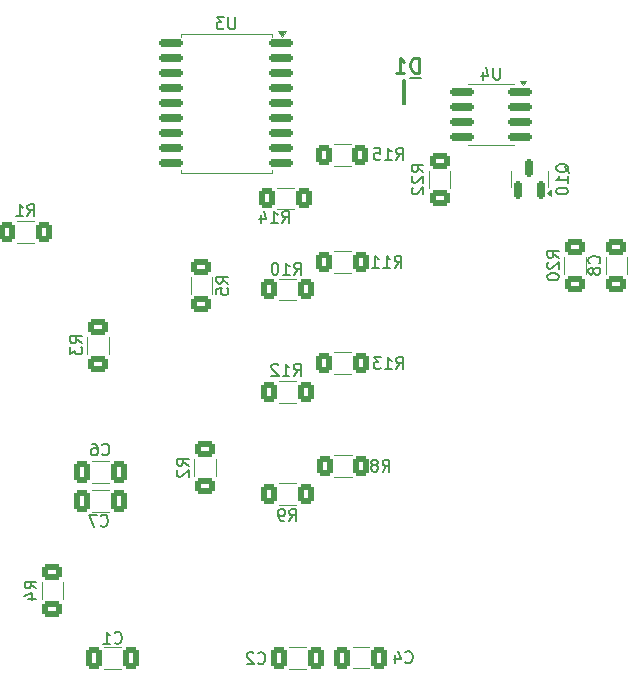
<source format=gbr>
%TF.GenerationSoftware,KiCad,Pcbnew,8.0.1-rc1*%
%TF.CreationDate,2024-06-16T18:46:35-07:00*%
%TF.ProjectId,AMS - CANBus - RGB - Pchannel,414d5320-2d20-4434-914e-427573202d20,rev?*%
%TF.SameCoordinates,Original*%
%TF.FileFunction,Legend,Bot*%
%TF.FilePolarity,Positive*%
%FSLAX46Y46*%
G04 Gerber Fmt 4.6, Leading zero omitted, Abs format (unit mm)*
G04 Created by KiCad (PCBNEW 8.0.1-rc1) date 2024-06-16 18:46:35*
%MOMM*%
%LPD*%
G01*
G04 APERTURE LIST*
G04 Aperture macros list*
%AMRoundRect*
0 Rectangle with rounded corners*
0 $1 Rounding radius*
0 $2 $3 $4 $5 $6 $7 $8 $9 X,Y pos of 4 corners*
0 Add a 4 corners polygon primitive as box body*
4,1,4,$2,$3,$4,$5,$6,$7,$8,$9,$2,$3,0*
0 Add four circle primitives for the rounded corners*
1,1,$1+$1,$2,$3*
1,1,$1+$1,$4,$5*
1,1,$1+$1,$6,$7*
1,1,$1+$1,$8,$9*
0 Add four rect primitives between the rounded corners*
20,1,$1+$1,$2,$3,$4,$5,0*
20,1,$1+$1,$4,$5,$6,$7,0*
20,1,$1+$1,$6,$7,$8,$9,0*
20,1,$1+$1,$8,$9,$2,$3,0*%
G04 Aperture macros list end*
%ADD10C,0.150000*%
%ADD11C,0.254000*%
%ADD12C,0.120000*%
%ADD13C,0.200000*%
%ADD14R,2.085000X2.085000*%
%ADD15C,2.085000*%
%ADD16C,1.600000*%
%ADD17O,1.600000X1.600000*%
%ADD18R,2.200000X2.200000*%
%ADD19O,2.200000X2.200000*%
%ADD20C,2.200000*%
%ADD21R,2.600000X2.600000*%
%ADD22C,2.600000*%
%ADD23R,1.700000X1.700000*%
%ADD24O,1.700000X1.700000*%
%ADD25C,2.400000*%
%ADD26R,1.600000X1.600000*%
%ADD27R,1.920000X1.920000*%
%ADD28C,1.920000*%
%ADD29C,1.500000*%
%ADD30R,1.500000X1.500000*%
%ADD31RoundRect,0.250000X-0.625000X0.400000X-0.625000X-0.400000X0.625000X-0.400000X0.625000X0.400000X0*%
%ADD32RoundRect,0.250000X-0.400000X-0.625000X0.400000X-0.625000X0.400000X0.625000X-0.400000X0.625000X0*%
%ADD33RoundRect,0.250000X-0.412500X-0.650000X0.412500X-0.650000X0.412500X0.650000X-0.412500X0.650000X0*%
%ADD34RoundRect,0.150000X0.825000X0.150000X-0.825000X0.150000X-0.825000X-0.150000X0.825000X-0.150000X0*%
%ADD35RoundRect,0.250000X0.400000X0.625000X-0.400000X0.625000X-0.400000X-0.625000X0.400000X-0.625000X0*%
%ADD36RoundRect,0.250000X0.412500X0.650000X-0.412500X0.650000X-0.412500X-0.650000X0.412500X-0.650000X0*%
%ADD37RoundRect,0.150000X0.875000X0.150000X-0.875000X0.150000X-0.875000X-0.150000X0.875000X-0.150000X0*%
%ADD38RoundRect,0.250000X0.625000X-0.400000X0.625000X0.400000X-0.625000X0.400000X-0.625000X-0.400000X0*%
%ADD39RoundRect,0.150000X0.150000X-0.587500X0.150000X0.587500X-0.150000X0.587500X-0.150000X-0.587500X0*%
%ADD40R,1.000000X0.550000*%
G04 APERTURE END LIST*
D10*
X174979019Y-83293642D02*
X174502828Y-82960309D01*
X174979019Y-82722214D02*
X173979019Y-82722214D01*
X173979019Y-82722214D02*
X173979019Y-83103166D01*
X173979019Y-83103166D02*
X174026638Y-83198404D01*
X174026638Y-83198404D02*
X174074257Y-83246023D01*
X174074257Y-83246023D02*
X174169495Y-83293642D01*
X174169495Y-83293642D02*
X174312352Y-83293642D01*
X174312352Y-83293642D02*
X174407590Y-83246023D01*
X174407590Y-83246023D02*
X174455209Y-83198404D01*
X174455209Y-83198404D02*
X174502828Y-83103166D01*
X174502828Y-83103166D02*
X174502828Y-82722214D01*
X174074257Y-83674595D02*
X174026638Y-83722214D01*
X174026638Y-83722214D02*
X173979019Y-83817452D01*
X173979019Y-83817452D02*
X173979019Y-84055547D01*
X173979019Y-84055547D02*
X174026638Y-84150785D01*
X174026638Y-84150785D02*
X174074257Y-84198404D01*
X174074257Y-84198404D02*
X174169495Y-84246023D01*
X174169495Y-84246023D02*
X174264733Y-84246023D01*
X174264733Y-84246023D02*
X174407590Y-84198404D01*
X174407590Y-84198404D02*
X174979019Y-83626976D01*
X174979019Y-83626976D02*
X174979019Y-84246023D01*
X173979019Y-84865071D02*
X173979019Y-84960309D01*
X173979019Y-84960309D02*
X174026638Y-85055547D01*
X174026638Y-85055547D02*
X174074257Y-85103166D01*
X174074257Y-85103166D02*
X174169495Y-85150785D01*
X174169495Y-85150785D02*
X174359971Y-85198404D01*
X174359971Y-85198404D02*
X174598066Y-85198404D01*
X174598066Y-85198404D02*
X174788542Y-85150785D01*
X174788542Y-85150785D02*
X174883780Y-85103166D01*
X174883780Y-85103166D02*
X174931400Y-85055547D01*
X174931400Y-85055547D02*
X174979019Y-84960309D01*
X174979019Y-84960309D02*
X174979019Y-84865071D01*
X174979019Y-84865071D02*
X174931400Y-84769833D01*
X174931400Y-84769833D02*
X174883780Y-84722214D01*
X174883780Y-84722214D02*
X174788542Y-84674595D01*
X174788542Y-84674595D02*
X174598066Y-84626976D01*
X174598066Y-84626976D02*
X174359971Y-84626976D01*
X174359971Y-84626976D02*
X174169495Y-84674595D01*
X174169495Y-84674595D02*
X174074257Y-84722214D01*
X174074257Y-84722214D02*
X174026638Y-84769833D01*
X174026638Y-84769833D02*
X173979019Y-84865071D01*
X152540573Y-93278562D02*
X152873906Y-92802371D01*
X153112001Y-93278562D02*
X153112001Y-92278562D01*
X153112001Y-92278562D02*
X152731049Y-92278562D01*
X152731049Y-92278562D02*
X152635811Y-92326181D01*
X152635811Y-92326181D02*
X152588192Y-92373800D01*
X152588192Y-92373800D02*
X152540573Y-92469038D01*
X152540573Y-92469038D02*
X152540573Y-92611895D01*
X152540573Y-92611895D02*
X152588192Y-92707133D01*
X152588192Y-92707133D02*
X152635811Y-92754752D01*
X152635811Y-92754752D02*
X152731049Y-92802371D01*
X152731049Y-92802371D02*
X153112001Y-92802371D01*
X151588192Y-93278562D02*
X152159620Y-93278562D01*
X151873906Y-93278562D02*
X151873906Y-92278562D01*
X151873906Y-92278562D02*
X151969144Y-92421419D01*
X151969144Y-92421419D02*
X152064382Y-92516657D01*
X152064382Y-92516657D02*
X152159620Y-92564276D01*
X151207239Y-92373800D02*
X151159620Y-92326181D01*
X151159620Y-92326181D02*
X151064382Y-92278562D01*
X151064382Y-92278562D02*
X150826287Y-92278562D01*
X150826287Y-92278562D02*
X150731049Y-92326181D01*
X150731049Y-92326181D02*
X150683430Y-92373800D01*
X150683430Y-92373800D02*
X150635811Y-92469038D01*
X150635811Y-92469038D02*
X150635811Y-92564276D01*
X150635811Y-92564276D02*
X150683430Y-92707133D01*
X150683430Y-92707133D02*
X151254858Y-93278562D01*
X151254858Y-93278562D02*
X150635811Y-93278562D01*
X151543856Y-80347440D02*
X151877189Y-79871249D01*
X152115284Y-80347440D02*
X152115284Y-79347440D01*
X152115284Y-79347440D02*
X151734332Y-79347440D01*
X151734332Y-79347440D02*
X151639094Y-79395059D01*
X151639094Y-79395059D02*
X151591475Y-79442678D01*
X151591475Y-79442678D02*
X151543856Y-79537916D01*
X151543856Y-79537916D02*
X151543856Y-79680773D01*
X151543856Y-79680773D02*
X151591475Y-79776011D01*
X151591475Y-79776011D02*
X151639094Y-79823630D01*
X151639094Y-79823630D02*
X151734332Y-79871249D01*
X151734332Y-79871249D02*
X152115284Y-79871249D01*
X150591475Y-80347440D02*
X151162903Y-80347440D01*
X150877189Y-80347440D02*
X150877189Y-79347440D01*
X150877189Y-79347440D02*
X150972427Y-79490297D01*
X150972427Y-79490297D02*
X151067665Y-79585535D01*
X151067665Y-79585535D02*
X151162903Y-79633154D01*
X149734332Y-79680773D02*
X149734332Y-80347440D01*
X149972427Y-79299821D02*
X150210522Y-80014106D01*
X150210522Y-80014106D02*
X149591475Y-80014106D01*
X149496712Y-117604797D02*
X149544331Y-117652417D01*
X149544331Y-117652417D02*
X149687188Y-117700036D01*
X149687188Y-117700036D02*
X149782426Y-117700036D01*
X149782426Y-117700036D02*
X149925283Y-117652417D01*
X149925283Y-117652417D02*
X150020521Y-117557178D01*
X150020521Y-117557178D02*
X150068140Y-117461940D01*
X150068140Y-117461940D02*
X150115759Y-117271464D01*
X150115759Y-117271464D02*
X150115759Y-117128607D01*
X150115759Y-117128607D02*
X150068140Y-116938131D01*
X150068140Y-116938131D02*
X150020521Y-116842893D01*
X150020521Y-116842893D02*
X149925283Y-116747655D01*
X149925283Y-116747655D02*
X149782426Y-116700036D01*
X149782426Y-116700036D02*
X149687188Y-116700036D01*
X149687188Y-116700036D02*
X149544331Y-116747655D01*
X149544331Y-116747655D02*
X149496712Y-116795274D01*
X149115759Y-116795274D02*
X149068140Y-116747655D01*
X149068140Y-116747655D02*
X148972902Y-116700036D01*
X148972902Y-116700036D02*
X148734807Y-116700036D01*
X148734807Y-116700036D02*
X148639569Y-116747655D01*
X148639569Y-116747655D02*
X148591950Y-116795274D01*
X148591950Y-116795274D02*
X148544331Y-116890512D01*
X148544331Y-116890512D02*
X148544331Y-116985750D01*
X148544331Y-116985750D02*
X148591950Y-117128607D01*
X148591950Y-117128607D02*
X149163378Y-117700036D01*
X149163378Y-117700036D02*
X148544331Y-117700036D01*
X170003004Y-67210019D02*
X170003004Y-68019542D01*
X170003004Y-68019542D02*
X169955385Y-68114780D01*
X169955385Y-68114780D02*
X169907766Y-68162400D01*
X169907766Y-68162400D02*
X169812528Y-68210019D01*
X169812528Y-68210019D02*
X169622052Y-68210019D01*
X169622052Y-68210019D02*
X169526814Y-68162400D01*
X169526814Y-68162400D02*
X169479195Y-68114780D01*
X169479195Y-68114780D02*
X169431576Y-68019542D01*
X169431576Y-68019542D02*
X169431576Y-67210019D01*
X168526814Y-67543352D02*
X168526814Y-68210019D01*
X168764909Y-67162400D02*
X169003004Y-67876685D01*
X169003004Y-67876685D02*
X168383957Y-67876685D01*
X129980966Y-79764119D02*
X130314299Y-79287928D01*
X130552394Y-79764119D02*
X130552394Y-78764119D01*
X130552394Y-78764119D02*
X130171442Y-78764119D01*
X130171442Y-78764119D02*
X130076204Y-78811738D01*
X130076204Y-78811738D02*
X130028585Y-78859357D01*
X130028585Y-78859357D02*
X129980966Y-78954595D01*
X129980966Y-78954595D02*
X129980966Y-79097452D01*
X129980966Y-79097452D02*
X130028585Y-79192690D01*
X130028585Y-79192690D02*
X130076204Y-79240309D01*
X130076204Y-79240309D02*
X130171442Y-79287928D01*
X130171442Y-79287928D02*
X130552394Y-79287928D01*
X129028585Y-79764119D02*
X129600013Y-79764119D01*
X129314299Y-79764119D02*
X129314299Y-78764119D01*
X129314299Y-78764119D02*
X129409537Y-78906976D01*
X129409537Y-78906976D02*
X129504775Y-79002214D01*
X129504775Y-79002214D02*
X129600013Y-79049833D01*
X130731219Y-111295633D02*
X130255028Y-110962300D01*
X130731219Y-110724205D02*
X129731219Y-110724205D01*
X129731219Y-110724205D02*
X129731219Y-111105157D01*
X129731219Y-111105157D02*
X129778838Y-111200395D01*
X129778838Y-111200395D02*
X129826457Y-111248014D01*
X129826457Y-111248014D02*
X129921695Y-111295633D01*
X129921695Y-111295633D02*
X130064552Y-111295633D01*
X130064552Y-111295633D02*
X130159790Y-111248014D01*
X130159790Y-111248014D02*
X130207409Y-111200395D01*
X130207409Y-111200395D02*
X130255028Y-111105157D01*
X130255028Y-111105157D02*
X130255028Y-110724205D01*
X130064552Y-112152776D02*
X130731219Y-112152776D01*
X129683600Y-111914681D02*
X130397885Y-111676586D01*
X130397885Y-111676586D02*
X130397885Y-112295633D01*
X161974520Y-117522879D02*
X162022139Y-117570499D01*
X162022139Y-117570499D02*
X162164996Y-117618118D01*
X162164996Y-117618118D02*
X162260234Y-117618118D01*
X162260234Y-117618118D02*
X162403091Y-117570499D01*
X162403091Y-117570499D02*
X162498329Y-117475260D01*
X162498329Y-117475260D02*
X162545948Y-117380022D01*
X162545948Y-117380022D02*
X162593567Y-117189546D01*
X162593567Y-117189546D02*
X162593567Y-117046689D01*
X162593567Y-117046689D02*
X162545948Y-116856213D01*
X162545948Y-116856213D02*
X162498329Y-116760975D01*
X162498329Y-116760975D02*
X162403091Y-116665737D01*
X162403091Y-116665737D02*
X162260234Y-116618118D01*
X162260234Y-116618118D02*
X162164996Y-116618118D01*
X162164996Y-116618118D02*
X162022139Y-116665737D01*
X162022139Y-116665737D02*
X161974520Y-116713356D01*
X161117377Y-116951451D02*
X161117377Y-117618118D01*
X161355472Y-116570499D02*
X161593567Y-117284784D01*
X161593567Y-117284784D02*
X160974520Y-117284784D01*
X147567004Y-62941819D02*
X147567004Y-63751342D01*
X147567004Y-63751342D02*
X147519385Y-63846580D01*
X147519385Y-63846580D02*
X147471766Y-63894200D01*
X147471766Y-63894200D02*
X147376528Y-63941819D01*
X147376528Y-63941819D02*
X147186052Y-63941819D01*
X147186052Y-63941819D02*
X147090814Y-63894200D01*
X147090814Y-63894200D02*
X147043195Y-63846580D01*
X147043195Y-63846580D02*
X146995576Y-63751342D01*
X146995576Y-63751342D02*
X146995576Y-62941819D01*
X146614623Y-62941819D02*
X145995576Y-62941819D01*
X145995576Y-62941819D02*
X146328909Y-63322771D01*
X146328909Y-63322771D02*
X146186052Y-63322771D01*
X146186052Y-63322771D02*
X146090814Y-63370390D01*
X146090814Y-63370390D02*
X146043195Y-63418009D01*
X146043195Y-63418009D02*
X145995576Y-63513247D01*
X145995576Y-63513247D02*
X145995576Y-63751342D01*
X145995576Y-63751342D02*
X146043195Y-63846580D01*
X146043195Y-63846580D02*
X146090814Y-63894200D01*
X146090814Y-63894200D02*
X146186052Y-63941819D01*
X146186052Y-63941819D02*
X146471766Y-63941819D01*
X146471766Y-63941819D02*
X146567004Y-63894200D01*
X146567004Y-63894200D02*
X146614623Y-63846580D01*
X146977819Y-85480133D02*
X146501628Y-85146800D01*
X146977819Y-84908705D02*
X145977819Y-84908705D01*
X145977819Y-84908705D02*
X145977819Y-85289657D01*
X145977819Y-85289657D02*
X146025438Y-85384895D01*
X146025438Y-85384895D02*
X146073057Y-85432514D01*
X146073057Y-85432514D02*
X146168295Y-85480133D01*
X146168295Y-85480133D02*
X146311152Y-85480133D01*
X146311152Y-85480133D02*
X146406390Y-85432514D01*
X146406390Y-85432514D02*
X146454009Y-85384895D01*
X146454009Y-85384895D02*
X146501628Y-85289657D01*
X146501628Y-85289657D02*
X146501628Y-84908705D01*
X145977819Y-86384895D02*
X145977819Y-85908705D01*
X145977819Y-85908705D02*
X146454009Y-85861086D01*
X146454009Y-85861086D02*
X146406390Y-85908705D01*
X146406390Y-85908705D02*
X146358771Y-86003943D01*
X146358771Y-86003943D02*
X146358771Y-86242038D01*
X146358771Y-86242038D02*
X146406390Y-86337276D01*
X146406390Y-86337276D02*
X146454009Y-86384895D01*
X146454009Y-86384895D02*
X146549247Y-86432514D01*
X146549247Y-86432514D02*
X146787342Y-86432514D01*
X146787342Y-86432514D02*
X146882580Y-86384895D01*
X146882580Y-86384895D02*
X146930200Y-86337276D01*
X146930200Y-86337276D02*
X146977819Y-86242038D01*
X146977819Y-86242038D02*
X146977819Y-86003943D01*
X146977819Y-86003943D02*
X146930200Y-85908705D01*
X146930200Y-85908705D02*
X146882580Y-85861086D01*
X134607819Y-90532033D02*
X134131628Y-90198700D01*
X134607819Y-89960605D02*
X133607819Y-89960605D01*
X133607819Y-89960605D02*
X133607819Y-90341557D01*
X133607819Y-90341557D02*
X133655438Y-90436795D01*
X133655438Y-90436795D02*
X133703057Y-90484414D01*
X133703057Y-90484414D02*
X133798295Y-90532033D01*
X133798295Y-90532033D02*
X133941152Y-90532033D01*
X133941152Y-90532033D02*
X134036390Y-90484414D01*
X134036390Y-90484414D02*
X134084009Y-90436795D01*
X134084009Y-90436795D02*
X134131628Y-90341557D01*
X134131628Y-90341557D02*
X134131628Y-89960605D01*
X133607819Y-90865367D02*
X133607819Y-91484414D01*
X133607819Y-91484414D02*
X133988771Y-91151081D01*
X133988771Y-91151081D02*
X133988771Y-91293938D01*
X133988771Y-91293938D02*
X134036390Y-91389176D01*
X134036390Y-91389176D02*
X134084009Y-91436795D01*
X134084009Y-91436795D02*
X134179247Y-91484414D01*
X134179247Y-91484414D02*
X134417342Y-91484414D01*
X134417342Y-91484414D02*
X134512580Y-91436795D01*
X134512580Y-91436795D02*
X134560200Y-91389176D01*
X134560200Y-91389176D02*
X134607819Y-91293938D01*
X134607819Y-91293938D02*
X134607819Y-91008224D01*
X134607819Y-91008224D02*
X134560200Y-90912986D01*
X134560200Y-90912986D02*
X134512580Y-90865367D01*
X161193948Y-75009892D02*
X161527281Y-74533701D01*
X161765376Y-75009892D02*
X161765376Y-74009892D01*
X161765376Y-74009892D02*
X161384424Y-74009892D01*
X161384424Y-74009892D02*
X161289186Y-74057511D01*
X161289186Y-74057511D02*
X161241567Y-74105130D01*
X161241567Y-74105130D02*
X161193948Y-74200368D01*
X161193948Y-74200368D02*
X161193948Y-74343225D01*
X161193948Y-74343225D02*
X161241567Y-74438463D01*
X161241567Y-74438463D02*
X161289186Y-74486082D01*
X161289186Y-74486082D02*
X161384424Y-74533701D01*
X161384424Y-74533701D02*
X161765376Y-74533701D01*
X160241567Y-75009892D02*
X160812995Y-75009892D01*
X160527281Y-75009892D02*
X160527281Y-74009892D01*
X160527281Y-74009892D02*
X160622519Y-74152749D01*
X160622519Y-74152749D02*
X160717757Y-74247987D01*
X160717757Y-74247987D02*
X160812995Y-74295606D01*
X159336805Y-74009892D02*
X159812995Y-74009892D01*
X159812995Y-74009892D02*
X159860614Y-74486082D01*
X159860614Y-74486082D02*
X159812995Y-74438463D01*
X159812995Y-74438463D02*
X159717757Y-74390844D01*
X159717757Y-74390844D02*
X159479662Y-74390844D01*
X159479662Y-74390844D02*
X159384424Y-74438463D01*
X159384424Y-74438463D02*
X159336805Y-74486082D01*
X159336805Y-74486082D02*
X159289186Y-74581320D01*
X159289186Y-74581320D02*
X159289186Y-74819415D01*
X159289186Y-74819415D02*
X159336805Y-74914653D01*
X159336805Y-74914653D02*
X159384424Y-74962273D01*
X159384424Y-74962273D02*
X159479662Y-75009892D01*
X159479662Y-75009892D02*
X159717757Y-75009892D01*
X159717757Y-75009892D02*
X159812995Y-74962273D01*
X159812995Y-74962273D02*
X159860614Y-74914653D01*
X137354254Y-115871040D02*
X137401873Y-115918660D01*
X137401873Y-115918660D02*
X137544730Y-115966279D01*
X137544730Y-115966279D02*
X137639968Y-115966279D01*
X137639968Y-115966279D02*
X137782825Y-115918660D01*
X137782825Y-115918660D02*
X137878063Y-115823421D01*
X137878063Y-115823421D02*
X137925682Y-115728183D01*
X137925682Y-115728183D02*
X137973301Y-115537707D01*
X137973301Y-115537707D02*
X137973301Y-115394850D01*
X137973301Y-115394850D02*
X137925682Y-115204374D01*
X137925682Y-115204374D02*
X137878063Y-115109136D01*
X137878063Y-115109136D02*
X137782825Y-115013898D01*
X137782825Y-115013898D02*
X137639968Y-114966279D01*
X137639968Y-114966279D02*
X137544730Y-114966279D01*
X137544730Y-114966279D02*
X137401873Y-115013898D01*
X137401873Y-115013898D02*
X137354254Y-115061517D01*
X136401873Y-115966279D02*
X136973301Y-115966279D01*
X136687587Y-115966279D02*
X136687587Y-114966279D01*
X136687587Y-114966279D02*
X136782825Y-115109136D01*
X136782825Y-115109136D02*
X136878063Y-115204374D01*
X136878063Y-115204374D02*
X136973301Y-115251993D01*
X163512619Y-76014042D02*
X163036428Y-75680709D01*
X163512619Y-75442614D02*
X162512619Y-75442614D01*
X162512619Y-75442614D02*
X162512619Y-75823566D01*
X162512619Y-75823566D02*
X162560238Y-75918804D01*
X162560238Y-75918804D02*
X162607857Y-75966423D01*
X162607857Y-75966423D02*
X162703095Y-76014042D01*
X162703095Y-76014042D02*
X162845952Y-76014042D01*
X162845952Y-76014042D02*
X162941190Y-75966423D01*
X162941190Y-75966423D02*
X162988809Y-75918804D01*
X162988809Y-75918804D02*
X163036428Y-75823566D01*
X163036428Y-75823566D02*
X163036428Y-75442614D01*
X162607857Y-76394995D02*
X162560238Y-76442614D01*
X162560238Y-76442614D02*
X162512619Y-76537852D01*
X162512619Y-76537852D02*
X162512619Y-76775947D01*
X162512619Y-76775947D02*
X162560238Y-76871185D01*
X162560238Y-76871185D02*
X162607857Y-76918804D01*
X162607857Y-76918804D02*
X162703095Y-76966423D01*
X162703095Y-76966423D02*
X162798333Y-76966423D01*
X162798333Y-76966423D02*
X162941190Y-76918804D01*
X162941190Y-76918804D02*
X163512619Y-76347376D01*
X163512619Y-76347376D02*
X163512619Y-76966423D01*
X162607857Y-77347376D02*
X162560238Y-77394995D01*
X162560238Y-77394995D02*
X162512619Y-77490233D01*
X162512619Y-77490233D02*
X162512619Y-77728328D01*
X162512619Y-77728328D02*
X162560238Y-77823566D01*
X162560238Y-77823566D02*
X162607857Y-77871185D01*
X162607857Y-77871185D02*
X162703095Y-77918804D01*
X162703095Y-77918804D02*
X162798333Y-77918804D01*
X162798333Y-77918804D02*
X162941190Y-77871185D01*
X162941190Y-77871185D02*
X163512619Y-77299757D01*
X163512619Y-77299757D02*
X163512619Y-77918804D01*
X143630419Y-100892333D02*
X143154228Y-100559000D01*
X143630419Y-100320905D02*
X142630419Y-100320905D01*
X142630419Y-100320905D02*
X142630419Y-100701857D01*
X142630419Y-100701857D02*
X142678038Y-100797095D01*
X142678038Y-100797095D02*
X142725657Y-100844714D01*
X142725657Y-100844714D02*
X142820895Y-100892333D01*
X142820895Y-100892333D02*
X142963752Y-100892333D01*
X142963752Y-100892333D02*
X143058990Y-100844714D01*
X143058990Y-100844714D02*
X143106609Y-100797095D01*
X143106609Y-100797095D02*
X143154228Y-100701857D01*
X143154228Y-100701857D02*
X143154228Y-100320905D01*
X142725657Y-101273286D02*
X142678038Y-101320905D01*
X142678038Y-101320905D02*
X142630419Y-101416143D01*
X142630419Y-101416143D02*
X142630419Y-101654238D01*
X142630419Y-101654238D02*
X142678038Y-101749476D01*
X142678038Y-101749476D02*
X142725657Y-101797095D01*
X142725657Y-101797095D02*
X142820895Y-101844714D01*
X142820895Y-101844714D02*
X142916133Y-101844714D01*
X142916133Y-101844714D02*
X143058990Y-101797095D01*
X143058990Y-101797095D02*
X143630419Y-101225667D01*
X143630419Y-101225667D02*
X143630419Y-101844714D01*
X152152266Y-105565719D02*
X152485599Y-105089528D01*
X152723694Y-105565719D02*
X152723694Y-104565719D01*
X152723694Y-104565719D02*
X152342742Y-104565719D01*
X152342742Y-104565719D02*
X152247504Y-104613338D01*
X152247504Y-104613338D02*
X152199885Y-104660957D01*
X152199885Y-104660957D02*
X152152266Y-104756195D01*
X152152266Y-104756195D02*
X152152266Y-104899052D01*
X152152266Y-104899052D02*
X152199885Y-104994290D01*
X152199885Y-104994290D02*
X152247504Y-105041909D01*
X152247504Y-105041909D02*
X152342742Y-105089528D01*
X152342742Y-105089528D02*
X152723694Y-105089528D01*
X151676075Y-105565719D02*
X151485599Y-105565719D01*
X151485599Y-105565719D02*
X151390361Y-105518100D01*
X151390361Y-105518100D02*
X151342742Y-105470480D01*
X151342742Y-105470480D02*
X151247504Y-105327623D01*
X151247504Y-105327623D02*
X151199885Y-105137147D01*
X151199885Y-105137147D02*
X151199885Y-104756195D01*
X151199885Y-104756195D02*
X151247504Y-104660957D01*
X151247504Y-104660957D02*
X151295123Y-104613338D01*
X151295123Y-104613338D02*
X151390361Y-104565719D01*
X151390361Y-104565719D02*
X151580837Y-104565719D01*
X151580837Y-104565719D02*
X151676075Y-104613338D01*
X151676075Y-104613338D02*
X151723694Y-104660957D01*
X151723694Y-104660957D02*
X151771313Y-104756195D01*
X151771313Y-104756195D02*
X151771313Y-104994290D01*
X151771313Y-104994290D02*
X151723694Y-105089528D01*
X151723694Y-105089528D02*
X151676075Y-105137147D01*
X151676075Y-105137147D02*
X151580837Y-105184766D01*
X151580837Y-105184766D02*
X151390361Y-105184766D01*
X151390361Y-105184766D02*
X151295123Y-105137147D01*
X151295123Y-105137147D02*
X151247504Y-105089528D01*
X151247504Y-105089528D02*
X151199885Y-104994290D01*
X160042356Y-101393219D02*
X160375689Y-100917028D01*
X160613784Y-101393219D02*
X160613784Y-100393219D01*
X160613784Y-100393219D02*
X160232832Y-100393219D01*
X160232832Y-100393219D02*
X160137594Y-100440838D01*
X160137594Y-100440838D02*
X160089975Y-100488457D01*
X160089975Y-100488457D02*
X160042356Y-100583695D01*
X160042356Y-100583695D02*
X160042356Y-100726552D01*
X160042356Y-100726552D02*
X160089975Y-100821790D01*
X160089975Y-100821790D02*
X160137594Y-100869409D01*
X160137594Y-100869409D02*
X160232832Y-100917028D01*
X160232832Y-100917028D02*
X160613784Y-100917028D01*
X159470927Y-100821790D02*
X159566165Y-100774171D01*
X159566165Y-100774171D02*
X159613784Y-100726552D01*
X159613784Y-100726552D02*
X159661403Y-100631314D01*
X159661403Y-100631314D02*
X159661403Y-100583695D01*
X159661403Y-100583695D02*
X159613784Y-100488457D01*
X159613784Y-100488457D02*
X159566165Y-100440838D01*
X159566165Y-100440838D02*
X159470927Y-100393219D01*
X159470927Y-100393219D02*
X159280451Y-100393219D01*
X159280451Y-100393219D02*
X159185213Y-100440838D01*
X159185213Y-100440838D02*
X159137594Y-100488457D01*
X159137594Y-100488457D02*
X159089975Y-100583695D01*
X159089975Y-100583695D02*
X159089975Y-100631314D01*
X159089975Y-100631314D02*
X159137594Y-100726552D01*
X159137594Y-100726552D02*
X159185213Y-100774171D01*
X159185213Y-100774171D02*
X159280451Y-100821790D01*
X159280451Y-100821790D02*
X159470927Y-100821790D01*
X159470927Y-100821790D02*
X159566165Y-100869409D01*
X159566165Y-100869409D02*
X159613784Y-100917028D01*
X159613784Y-100917028D02*
X159661403Y-101012266D01*
X159661403Y-101012266D02*
X159661403Y-101202742D01*
X159661403Y-101202742D02*
X159613784Y-101297980D01*
X159613784Y-101297980D02*
X159566165Y-101345600D01*
X159566165Y-101345600D02*
X159470927Y-101393219D01*
X159470927Y-101393219D02*
X159280451Y-101393219D01*
X159280451Y-101393219D02*
X159185213Y-101345600D01*
X159185213Y-101345600D02*
X159137594Y-101297980D01*
X159137594Y-101297980D02*
X159089975Y-101202742D01*
X159089975Y-101202742D02*
X159089975Y-101012266D01*
X159089975Y-101012266D02*
X159137594Y-100917028D01*
X159137594Y-100917028D02*
X159185213Y-100869409D01*
X159185213Y-100869409D02*
X159280451Y-100821790D01*
X161192916Y-92711902D02*
X161526249Y-92235711D01*
X161764344Y-92711902D02*
X161764344Y-91711902D01*
X161764344Y-91711902D02*
X161383392Y-91711902D01*
X161383392Y-91711902D02*
X161288154Y-91759521D01*
X161288154Y-91759521D02*
X161240535Y-91807140D01*
X161240535Y-91807140D02*
X161192916Y-91902378D01*
X161192916Y-91902378D02*
X161192916Y-92045235D01*
X161192916Y-92045235D02*
X161240535Y-92140473D01*
X161240535Y-92140473D02*
X161288154Y-92188092D01*
X161288154Y-92188092D02*
X161383392Y-92235711D01*
X161383392Y-92235711D02*
X161764344Y-92235711D01*
X160240535Y-92711902D02*
X160811963Y-92711902D01*
X160526249Y-92711902D02*
X160526249Y-91711902D01*
X160526249Y-91711902D02*
X160621487Y-91854759D01*
X160621487Y-91854759D02*
X160716725Y-91949997D01*
X160716725Y-91949997D02*
X160811963Y-91997616D01*
X159907201Y-91711902D02*
X159288154Y-91711902D01*
X159288154Y-91711902D02*
X159621487Y-92092854D01*
X159621487Y-92092854D02*
X159478630Y-92092854D01*
X159478630Y-92092854D02*
X159383392Y-92140473D01*
X159383392Y-92140473D02*
X159335773Y-92188092D01*
X159335773Y-92188092D02*
X159288154Y-92283330D01*
X159288154Y-92283330D02*
X159288154Y-92521425D01*
X159288154Y-92521425D02*
X159335773Y-92616663D01*
X159335773Y-92616663D02*
X159383392Y-92664283D01*
X159383392Y-92664283D02*
X159478630Y-92711902D01*
X159478630Y-92711902D02*
X159764344Y-92711902D01*
X159764344Y-92711902D02*
X159859582Y-92664283D01*
X159859582Y-92664283D02*
X159907201Y-92616663D01*
X152559449Y-84724004D02*
X152892782Y-84247813D01*
X153130877Y-84724004D02*
X153130877Y-83724004D01*
X153130877Y-83724004D02*
X152749925Y-83724004D01*
X152749925Y-83724004D02*
X152654687Y-83771623D01*
X152654687Y-83771623D02*
X152607068Y-83819242D01*
X152607068Y-83819242D02*
X152559449Y-83914480D01*
X152559449Y-83914480D02*
X152559449Y-84057337D01*
X152559449Y-84057337D02*
X152607068Y-84152575D01*
X152607068Y-84152575D02*
X152654687Y-84200194D01*
X152654687Y-84200194D02*
X152749925Y-84247813D01*
X152749925Y-84247813D02*
X153130877Y-84247813D01*
X151607068Y-84724004D02*
X152178496Y-84724004D01*
X151892782Y-84724004D02*
X151892782Y-83724004D01*
X151892782Y-83724004D02*
X151988020Y-83866861D01*
X151988020Y-83866861D02*
X152083258Y-83962099D01*
X152083258Y-83962099D02*
X152178496Y-84009718D01*
X150988020Y-83724004D02*
X150892782Y-83724004D01*
X150892782Y-83724004D02*
X150797544Y-83771623D01*
X150797544Y-83771623D02*
X150749925Y-83819242D01*
X150749925Y-83819242D02*
X150702306Y-83914480D01*
X150702306Y-83914480D02*
X150654687Y-84104956D01*
X150654687Y-84104956D02*
X150654687Y-84343051D01*
X150654687Y-84343051D02*
X150702306Y-84533527D01*
X150702306Y-84533527D02*
X150749925Y-84628765D01*
X150749925Y-84628765D02*
X150797544Y-84676385D01*
X150797544Y-84676385D02*
X150892782Y-84724004D01*
X150892782Y-84724004D02*
X150988020Y-84724004D01*
X150988020Y-84724004D02*
X151083258Y-84676385D01*
X151083258Y-84676385D02*
X151130877Y-84628765D01*
X151130877Y-84628765D02*
X151178496Y-84533527D01*
X151178496Y-84533527D02*
X151226115Y-84343051D01*
X151226115Y-84343051D02*
X151226115Y-84104956D01*
X151226115Y-84104956D02*
X151178496Y-83914480D01*
X151178496Y-83914480D02*
X151130877Y-83819242D01*
X151130877Y-83819242D02*
X151083258Y-83771623D01*
X151083258Y-83771623D02*
X150988020Y-83724004D01*
X161064163Y-84120519D02*
X161397496Y-83644328D01*
X161635591Y-84120519D02*
X161635591Y-83120519D01*
X161635591Y-83120519D02*
X161254639Y-83120519D01*
X161254639Y-83120519D02*
X161159401Y-83168138D01*
X161159401Y-83168138D02*
X161111782Y-83215757D01*
X161111782Y-83215757D02*
X161064163Y-83310995D01*
X161064163Y-83310995D02*
X161064163Y-83453852D01*
X161064163Y-83453852D02*
X161111782Y-83549090D01*
X161111782Y-83549090D02*
X161159401Y-83596709D01*
X161159401Y-83596709D02*
X161254639Y-83644328D01*
X161254639Y-83644328D02*
X161635591Y-83644328D01*
X160111782Y-84120519D02*
X160683210Y-84120519D01*
X160397496Y-84120519D02*
X160397496Y-83120519D01*
X160397496Y-83120519D02*
X160492734Y-83263376D01*
X160492734Y-83263376D02*
X160587972Y-83358614D01*
X160587972Y-83358614D02*
X160683210Y-83406233D01*
X159159401Y-84120519D02*
X159730829Y-84120519D01*
X159445115Y-84120519D02*
X159445115Y-83120519D01*
X159445115Y-83120519D02*
X159540353Y-83263376D01*
X159540353Y-83263376D02*
X159635591Y-83358614D01*
X159635591Y-83358614D02*
X159730829Y-83406233D01*
X178378980Y-83769833D02*
X178426600Y-83722214D01*
X178426600Y-83722214D02*
X178474219Y-83579357D01*
X178474219Y-83579357D02*
X178474219Y-83484119D01*
X178474219Y-83484119D02*
X178426600Y-83341262D01*
X178426600Y-83341262D02*
X178331361Y-83246024D01*
X178331361Y-83246024D02*
X178236123Y-83198405D01*
X178236123Y-83198405D02*
X178045647Y-83150786D01*
X178045647Y-83150786D02*
X177902790Y-83150786D01*
X177902790Y-83150786D02*
X177712314Y-83198405D01*
X177712314Y-83198405D02*
X177617076Y-83246024D01*
X177617076Y-83246024D02*
X177521838Y-83341262D01*
X177521838Y-83341262D02*
X177474219Y-83484119D01*
X177474219Y-83484119D02*
X177474219Y-83579357D01*
X177474219Y-83579357D02*
X177521838Y-83722214D01*
X177521838Y-83722214D02*
X177569457Y-83769833D01*
X177902790Y-84341262D02*
X177855171Y-84246024D01*
X177855171Y-84246024D02*
X177807552Y-84198405D01*
X177807552Y-84198405D02*
X177712314Y-84150786D01*
X177712314Y-84150786D02*
X177664695Y-84150786D01*
X177664695Y-84150786D02*
X177569457Y-84198405D01*
X177569457Y-84198405D02*
X177521838Y-84246024D01*
X177521838Y-84246024D02*
X177474219Y-84341262D01*
X177474219Y-84341262D02*
X177474219Y-84531738D01*
X177474219Y-84531738D02*
X177521838Y-84626976D01*
X177521838Y-84626976D02*
X177569457Y-84674595D01*
X177569457Y-84674595D02*
X177664695Y-84722214D01*
X177664695Y-84722214D02*
X177712314Y-84722214D01*
X177712314Y-84722214D02*
X177807552Y-84674595D01*
X177807552Y-84674595D02*
X177855171Y-84626976D01*
X177855171Y-84626976D02*
X177902790Y-84531738D01*
X177902790Y-84531738D02*
X177902790Y-84341262D01*
X177902790Y-84341262D02*
X177950409Y-84246024D01*
X177950409Y-84246024D02*
X177998028Y-84198405D01*
X177998028Y-84198405D02*
X178093266Y-84150786D01*
X178093266Y-84150786D02*
X178283742Y-84150786D01*
X178283742Y-84150786D02*
X178378980Y-84198405D01*
X178378980Y-84198405D02*
X178426600Y-84246024D01*
X178426600Y-84246024D02*
X178474219Y-84341262D01*
X178474219Y-84341262D02*
X178474219Y-84531738D01*
X178474219Y-84531738D02*
X178426600Y-84626976D01*
X178426600Y-84626976D02*
X178378980Y-84674595D01*
X178378980Y-84674595D02*
X178283742Y-84722214D01*
X178283742Y-84722214D02*
X178093266Y-84722214D01*
X178093266Y-84722214D02*
X177998028Y-84674595D01*
X177998028Y-84674595D02*
X177950409Y-84626976D01*
X177950409Y-84626976D02*
X177902790Y-84531738D01*
X175822865Y-76077649D02*
X175775246Y-75982411D01*
X175775246Y-75982411D02*
X175680008Y-75887173D01*
X175680008Y-75887173D02*
X175537150Y-75744316D01*
X175537150Y-75744316D02*
X175489531Y-75649078D01*
X175489531Y-75649078D02*
X175489531Y-75553840D01*
X175727627Y-75601459D02*
X175680008Y-75506221D01*
X175680008Y-75506221D02*
X175584769Y-75410983D01*
X175584769Y-75410983D02*
X175394293Y-75363364D01*
X175394293Y-75363364D02*
X175060960Y-75363364D01*
X175060960Y-75363364D02*
X174870484Y-75410983D01*
X174870484Y-75410983D02*
X174775246Y-75506221D01*
X174775246Y-75506221D02*
X174727627Y-75601459D01*
X174727627Y-75601459D02*
X174727627Y-75791935D01*
X174727627Y-75791935D02*
X174775246Y-75887173D01*
X174775246Y-75887173D02*
X174870484Y-75982411D01*
X174870484Y-75982411D02*
X175060960Y-76030030D01*
X175060960Y-76030030D02*
X175394293Y-76030030D01*
X175394293Y-76030030D02*
X175584769Y-75982411D01*
X175584769Y-75982411D02*
X175680008Y-75887173D01*
X175680008Y-75887173D02*
X175727627Y-75791935D01*
X175727627Y-75791935D02*
X175727627Y-75601459D01*
X175727627Y-76982411D02*
X175727627Y-76410983D01*
X175727627Y-76696697D02*
X174727627Y-76696697D01*
X174727627Y-76696697D02*
X174870484Y-76601459D01*
X174870484Y-76601459D02*
X174965722Y-76506221D01*
X174965722Y-76506221D02*
X175013341Y-76410983D01*
X174727627Y-77601459D02*
X174727627Y-77696697D01*
X174727627Y-77696697D02*
X174775246Y-77791935D01*
X174775246Y-77791935D02*
X174822865Y-77839554D01*
X174822865Y-77839554D02*
X174918103Y-77887173D01*
X174918103Y-77887173D02*
X175108579Y-77934792D01*
X175108579Y-77934792D02*
X175346674Y-77934792D01*
X175346674Y-77934792D02*
X175537150Y-77887173D01*
X175537150Y-77887173D02*
X175632388Y-77839554D01*
X175632388Y-77839554D02*
X175680008Y-77791935D01*
X175680008Y-77791935D02*
X175727627Y-77696697D01*
X175727627Y-77696697D02*
X175727627Y-77601459D01*
X175727627Y-77601459D02*
X175680008Y-77506221D01*
X175680008Y-77506221D02*
X175632388Y-77458602D01*
X175632388Y-77458602D02*
X175537150Y-77410983D01*
X175537150Y-77410983D02*
X175346674Y-77363364D01*
X175346674Y-77363364D02*
X175108579Y-77363364D01*
X175108579Y-77363364D02*
X174918103Y-77410983D01*
X174918103Y-77410983D02*
X174822865Y-77458602D01*
X174822865Y-77458602D02*
X174775246Y-77506221D01*
X174775246Y-77506221D02*
X174727627Y-77601459D01*
X136175538Y-105960547D02*
X136223157Y-106008167D01*
X136223157Y-106008167D02*
X136366014Y-106055786D01*
X136366014Y-106055786D02*
X136461252Y-106055786D01*
X136461252Y-106055786D02*
X136604109Y-106008167D01*
X136604109Y-106008167D02*
X136699347Y-105912928D01*
X136699347Y-105912928D02*
X136746966Y-105817690D01*
X136746966Y-105817690D02*
X136794585Y-105627214D01*
X136794585Y-105627214D02*
X136794585Y-105484357D01*
X136794585Y-105484357D02*
X136746966Y-105293881D01*
X136746966Y-105293881D02*
X136699347Y-105198643D01*
X136699347Y-105198643D02*
X136604109Y-105103405D01*
X136604109Y-105103405D02*
X136461252Y-105055786D01*
X136461252Y-105055786D02*
X136366014Y-105055786D01*
X136366014Y-105055786D02*
X136223157Y-105103405D01*
X136223157Y-105103405D02*
X136175538Y-105151024D01*
X135842204Y-105055786D02*
X135175538Y-105055786D01*
X135175538Y-105055786D02*
X135604109Y-106055786D01*
D11*
X163103071Y-67615716D02*
X163103071Y-66345716D01*
X163103071Y-66345716D02*
X162800690Y-66345716D01*
X162800690Y-66345716D02*
X162619261Y-66406192D01*
X162619261Y-66406192D02*
X162498309Y-66527144D01*
X162498309Y-66527144D02*
X162437832Y-66648097D01*
X162437832Y-66648097D02*
X162377356Y-66890001D01*
X162377356Y-66890001D02*
X162377356Y-67071430D01*
X162377356Y-67071430D02*
X162437832Y-67313335D01*
X162437832Y-67313335D02*
X162498309Y-67434287D01*
X162498309Y-67434287D02*
X162619261Y-67555240D01*
X162619261Y-67555240D02*
X162800690Y-67615716D01*
X162800690Y-67615716D02*
X163103071Y-67615716D01*
X161167832Y-67615716D02*
X161893547Y-67615716D01*
X161530690Y-67615716D02*
X161530690Y-66345716D01*
X161530690Y-66345716D02*
X161651642Y-66527144D01*
X161651642Y-66527144D02*
X161772594Y-66648097D01*
X161772594Y-66648097D02*
X161893547Y-66708573D01*
D10*
X136305966Y-99941380D02*
X136353585Y-99989000D01*
X136353585Y-99989000D02*
X136496442Y-100036619D01*
X136496442Y-100036619D02*
X136591680Y-100036619D01*
X136591680Y-100036619D02*
X136734537Y-99989000D01*
X136734537Y-99989000D02*
X136829775Y-99893761D01*
X136829775Y-99893761D02*
X136877394Y-99798523D01*
X136877394Y-99798523D02*
X136925013Y-99608047D01*
X136925013Y-99608047D02*
X136925013Y-99465190D01*
X136925013Y-99465190D02*
X136877394Y-99274714D01*
X136877394Y-99274714D02*
X136829775Y-99179476D01*
X136829775Y-99179476D02*
X136734537Y-99084238D01*
X136734537Y-99084238D02*
X136591680Y-99036619D01*
X136591680Y-99036619D02*
X136496442Y-99036619D01*
X136496442Y-99036619D02*
X136353585Y-99084238D01*
X136353585Y-99084238D02*
X136305966Y-99131857D01*
X135448823Y-99036619D02*
X135639299Y-99036619D01*
X135639299Y-99036619D02*
X135734537Y-99084238D01*
X135734537Y-99084238D02*
X135782156Y-99131857D01*
X135782156Y-99131857D02*
X135877394Y-99274714D01*
X135877394Y-99274714D02*
X135925013Y-99465190D01*
X135925013Y-99465190D02*
X135925013Y-99846142D01*
X135925013Y-99846142D02*
X135877394Y-99941380D01*
X135877394Y-99941380D02*
X135829775Y-99989000D01*
X135829775Y-99989000D02*
X135734537Y-100036619D01*
X135734537Y-100036619D02*
X135544061Y-100036619D01*
X135544061Y-100036619D02*
X135448823Y-99989000D01*
X135448823Y-99989000D02*
X135401204Y-99941380D01*
X135401204Y-99941380D02*
X135353585Y-99846142D01*
X135353585Y-99846142D02*
X135353585Y-99608047D01*
X135353585Y-99608047D02*
X135401204Y-99512809D01*
X135401204Y-99512809D02*
X135448823Y-99465190D01*
X135448823Y-99465190D02*
X135544061Y-99417571D01*
X135544061Y-99417571D02*
X135734537Y-99417571D01*
X135734537Y-99417571D02*
X135829775Y-99465190D01*
X135829775Y-99465190D02*
X135877394Y-99512809D01*
X135877394Y-99512809D02*
X135925013Y-99608047D01*
D12*
%TO.C,R20*%
X175434200Y-84663564D02*
X175434200Y-83209436D01*
X177254200Y-84663564D02*
X177254200Y-83209436D01*
%TO.C,R12*%
X152709064Y-93731200D02*
X151254936Y-93731200D01*
X152709064Y-95551200D02*
X151254936Y-95551200D01*
%TO.C,R14*%
X152563164Y-77347000D02*
X151109036Y-77347000D01*
X152563164Y-79167000D02*
X151109036Y-79167000D01*
%TO.C,C2*%
X153546952Y-116274300D02*
X152124448Y-116274300D01*
X153546952Y-118094300D02*
X152124448Y-118094300D01*
%TO.C,U4*%
X167291100Y-68595200D02*
X169241100Y-68595200D01*
X167291100Y-73715200D02*
X169241100Y-73715200D01*
X171191100Y-68595200D02*
X169241100Y-68595200D01*
X171191100Y-73715200D02*
X169241100Y-73715200D01*
X171941100Y-68690200D02*
X171701100Y-68360200D01*
X172181100Y-68360200D01*
X171941100Y-68690200D01*
G36*
X171941100Y-68690200D02*
G01*
X171701100Y-68360200D01*
X172181100Y-68360200D01*
X171941100Y-68690200D01*
G37*
%TO.C,R1*%
X129087236Y-80219300D02*
X130541364Y-80219300D01*
X129087236Y-82039300D02*
X130541364Y-82039300D01*
%TO.C,R4*%
X131186400Y-112189364D02*
X131186400Y-110735236D01*
X133006400Y-112189364D02*
X133006400Y-110735236D01*
%TO.C,C4*%
X157501948Y-116249400D02*
X158924452Y-116249400D01*
X157501948Y-118069400D02*
X158924452Y-118069400D01*
%TO.C,U3*%
X142945100Y-64322000D02*
X146805100Y-64322000D01*
X142945100Y-64567000D02*
X142945100Y-64322000D01*
X142945100Y-75847000D02*
X142945100Y-76092000D01*
X142945100Y-76092000D02*
X146805100Y-76092000D01*
X150665100Y-64322000D02*
X146805100Y-64322000D01*
X150665100Y-64567000D02*
X150665100Y-64322000D01*
X150665100Y-75847000D02*
X150665100Y-76092000D01*
X150665100Y-76092000D02*
X146805100Y-76092000D01*
X151517600Y-64567000D02*
X151177600Y-64097000D01*
X151857600Y-64097000D01*
X151517600Y-64567000D01*
G36*
X151517600Y-64567000D02*
G01*
X151177600Y-64097000D01*
X151857600Y-64097000D01*
X151517600Y-64567000D01*
G37*
%TO.C,R5*%
X143793000Y-84919736D02*
X143793000Y-86373864D01*
X145613000Y-84919736D02*
X145613000Y-86373864D01*
%TO.C,R3*%
X135063000Y-91425764D02*
X135063000Y-89971636D01*
X136883000Y-91425764D02*
X136883000Y-89971636D01*
%TO.C,R15*%
X157355464Y-73678600D02*
X155901336Y-73678600D01*
X157355464Y-75498600D02*
X155901336Y-75498600D01*
%TO.C,C1*%
X136443348Y-116289700D02*
X137865852Y-116289700D01*
X136443348Y-118109700D02*
X137865852Y-118109700D01*
%TO.C,R22*%
X163967800Y-77383964D02*
X163967800Y-75929836D01*
X165787800Y-77383964D02*
X165787800Y-75929836D01*
%TO.C,R2*%
X144085600Y-101786064D02*
X144085600Y-100331936D01*
X145905600Y-101786064D02*
X145905600Y-100331936D01*
%TO.C,R9*%
X152712664Y-102380900D02*
X151258536Y-102380900D01*
X152712664Y-104200900D02*
X151258536Y-104200900D01*
%TO.C,R8*%
X157417664Y-100028400D02*
X155963536Y-100028400D01*
X157417664Y-101848400D02*
X155963536Y-101848400D01*
%TO.C,R13*%
X157401464Y-91277700D02*
X155947336Y-91277700D01*
X157401464Y-93097700D02*
X155947336Y-93097700D01*
%TO.C,R10*%
X152702964Y-85057900D02*
X151248836Y-85057900D01*
X152702964Y-86877900D02*
X151248836Y-86877900D01*
%TO.C,R11*%
X157370964Y-82755700D02*
X155916836Y-82755700D01*
X157370964Y-84575700D02*
X155916836Y-84575700D01*
%TO.C,C8*%
X178929400Y-84663564D02*
X178929400Y-83209436D01*
X180749400Y-84663564D02*
X180749400Y-83209436D01*
%TO.C,Q10*%
X170909500Y-75984500D02*
X170909500Y-76634500D01*
X170909500Y-77284500D02*
X170909500Y-76634500D01*
X174029500Y-75984500D02*
X174029500Y-76634500D01*
X174029500Y-77284500D02*
X174029500Y-76634500D01*
X174309500Y-78037000D02*
X173979500Y-77797000D01*
X174309500Y-77557000D01*
X174309500Y-78037000D01*
G36*
X174309500Y-78037000D02*
G01*
X173979500Y-77797000D01*
X174309500Y-77557000D01*
X174309500Y-78037000D01*
G37*
%TO.C,C7*%
X135431748Y-102991700D02*
X136854252Y-102991700D01*
X135431748Y-104811700D02*
X136854252Y-104811700D01*
D13*
%TO.C,D1*%
X161781900Y-68244100D02*
X161981900Y-68244100D01*
X161781900Y-70244100D02*
X161781900Y-68244100D01*
X161981900Y-68244100D02*
X161981900Y-70244100D01*
X161981900Y-70244100D02*
X161781900Y-70244100D01*
X162331900Y-68069100D02*
X163331900Y-68069100D01*
D12*
%TO.C,C6*%
X135428048Y-100521800D02*
X136850552Y-100521800D01*
X135428048Y-102341800D02*
X136850552Y-102341800D01*
%TD*%
%LPC*%
D14*
%TO.C,Q3*%
X155667500Y-86019300D03*
D15*
X158207500Y-86019300D03*
X160747500Y-86019300D03*
%TD*%
D14*
%TO.C,Q5*%
X155667500Y-77526300D03*
D15*
X158207500Y-77526300D03*
X160747500Y-77526300D03*
%TD*%
D16*
%TO.C,R7*%
X139116100Y-58260700D03*
D17*
X141656100Y-58260700D03*
%TD*%
D18*
%TO.C,D2*%
X177549500Y-76634500D03*
D19*
X167389500Y-76634500D03*
%TD*%
D18*
%TO.C,J1*%
X154748000Y-66384800D03*
D20*
X154748000Y-63844800D03*
X154748000Y-61304800D03*
X154748000Y-58764800D03*
%TD*%
D21*
%TO.C,J2*%
X171594600Y-102105600D03*
D22*
X171594600Y-97025600D03*
X171594600Y-91945600D03*
X171594600Y-86865600D03*
X171594600Y-81785600D03*
%TD*%
D16*
%TO.C,NTC1*%
X135965600Y-94809500D03*
D17*
X135965600Y-97349500D03*
%TD*%
D18*
%TO.C,D6*%
X163712200Y-80926100D03*
D19*
X153552200Y-80926100D03*
%TD*%
D18*
%TO.C,D3*%
X163712200Y-106759100D03*
D19*
X153552200Y-106759100D03*
%TD*%
D23*
%TO.C,J3*%
X146254600Y-120744200D03*
D24*
X143714600Y-120744200D03*
X141174600Y-120744200D03*
X138634600Y-120744200D03*
X136094600Y-120744200D03*
X133554600Y-120744200D03*
%TD*%
D25*
%TO.C,U5*%
X134999500Y-70018000D03*
X134999500Y-73418000D03*
X125079500Y-70018000D03*
X125079500Y-73418000D03*
%TD*%
D18*
%TO.C,D5*%
X163712200Y-89328000D03*
D19*
X153552200Y-89328000D03*
%TD*%
D16*
%TO.C,R6*%
X163265200Y-72479500D03*
D17*
X160725200Y-72479500D03*
%TD*%
D23*
%TO.C,Powerboard1*%
X130976300Y-92602600D03*
D24*
X130976300Y-90062600D03*
X130976300Y-87522600D03*
%TD*%
D26*
%TO.C,U2*%
X140929500Y-81761800D03*
D17*
X140929500Y-84301800D03*
X140929500Y-86841800D03*
X140929500Y-89381800D03*
X140929500Y-91921800D03*
X140929500Y-94461800D03*
X140929500Y-97001800D03*
X140929500Y-99541800D03*
X140929500Y-102081800D03*
X140929500Y-104621800D03*
X140929500Y-107161800D03*
X140929500Y-109701800D03*
X140929500Y-112241800D03*
X140929500Y-114781800D03*
X148549500Y-114781800D03*
X148549500Y-112241800D03*
X148549500Y-109701800D03*
X148549500Y-107161800D03*
X148549500Y-104621800D03*
X148549500Y-102081800D03*
X148549500Y-99541800D03*
X148549500Y-97001800D03*
X148549500Y-94461800D03*
X148549500Y-91921800D03*
X148549500Y-89381800D03*
X148549500Y-86841800D03*
X148549500Y-84301800D03*
X148549500Y-81761800D03*
%TD*%
D23*
%TO.C,J5*%
X139049600Y-61738500D03*
D24*
X141589600Y-61738500D03*
%TD*%
D27*
%TO.C,Q1*%
X136586000Y-84423600D03*
D28*
X136586000Y-81883600D03*
X136586000Y-79343600D03*
%TD*%
D29*
%TO.C,Y2*%
X153203400Y-112099600D03*
X158083400Y-112099600D03*
%TD*%
D18*
%TO.C,D4*%
X163712200Y-98155100D03*
D19*
X153552200Y-98155100D03*
%TD*%
D30*
%TO.C,Reset1*%
X135385300Y-113752500D03*
D29*
X128885300Y-113752500D03*
X135385300Y-109252500D03*
X128885300Y-109252500D03*
%TD*%
%TO.C,Y1*%
X153178500Y-121354000D03*
X158058500Y-121354000D03*
%TD*%
D14*
%TO.C,Q2*%
X155667500Y-103267000D03*
D15*
X158207500Y-103267000D03*
X160747500Y-103267000D03*
%TD*%
D14*
%TO.C,Q4*%
X155667500Y-94673500D03*
D15*
X158207500Y-94673500D03*
X160747500Y-94673500D03*
%TD*%
D31*
%TO.C,R20*%
X176344200Y-82386500D03*
X176344200Y-85486500D03*
%TD*%
D32*
%TO.C,R12*%
X150432000Y-94641200D03*
X153532000Y-94641200D03*
%TD*%
%TO.C,R14*%
X150286100Y-78257000D03*
X153386100Y-78257000D03*
%TD*%
D33*
%TO.C,C2*%
X151273200Y-117184300D03*
X154398200Y-117184300D03*
%TD*%
D34*
%TO.C,U4*%
X171716100Y-69250200D03*
X171716100Y-70520200D03*
X171716100Y-71790200D03*
X171716100Y-73060200D03*
X166766100Y-73060200D03*
X166766100Y-71790200D03*
X166766100Y-70520200D03*
X166766100Y-69250200D03*
%TD*%
D35*
%TO.C,R1*%
X131364300Y-81129300D03*
X128264300Y-81129300D03*
%TD*%
D31*
%TO.C,R4*%
X132096400Y-109912300D03*
X132096400Y-113012300D03*
%TD*%
D36*
%TO.C,C4*%
X159775700Y-117159400D03*
X156650700Y-117159400D03*
%TD*%
D37*
%TO.C,U3*%
X151455100Y-65127000D03*
X151455100Y-66397000D03*
X151455100Y-67667000D03*
X151455100Y-68937000D03*
X151455100Y-70207000D03*
X151455100Y-71477000D03*
X151455100Y-72747000D03*
X151455100Y-74017000D03*
X151455100Y-75287000D03*
X142155100Y-75287000D03*
X142155100Y-74017000D03*
X142155100Y-72747000D03*
X142155100Y-71477000D03*
X142155100Y-70207000D03*
X142155100Y-68937000D03*
X142155100Y-67667000D03*
X142155100Y-66397000D03*
X142155100Y-65127000D03*
%TD*%
D38*
%TO.C,R5*%
X144703000Y-87196800D03*
X144703000Y-84096800D03*
%TD*%
D31*
%TO.C,R3*%
X135973000Y-89148700D03*
X135973000Y-92248700D03*
%TD*%
D32*
%TO.C,R15*%
X155078400Y-74588600D03*
X158178400Y-74588600D03*
%TD*%
D36*
%TO.C,C1*%
X138717100Y-117199700D03*
X135592100Y-117199700D03*
%TD*%
D31*
%TO.C,R22*%
X164877800Y-75106900D03*
X164877800Y-78206900D03*
%TD*%
%TO.C,R2*%
X144995600Y-99509000D03*
X144995600Y-102609000D03*
%TD*%
D32*
%TO.C,R9*%
X150435600Y-103290900D03*
X153535600Y-103290900D03*
%TD*%
%TO.C,R8*%
X155140600Y-100938400D03*
X158240600Y-100938400D03*
%TD*%
%TO.C,R13*%
X155124400Y-92187700D03*
X158224400Y-92187700D03*
%TD*%
%TO.C,R10*%
X150425900Y-85967900D03*
X153525900Y-85967900D03*
%TD*%
%TO.C,R11*%
X155093900Y-83665700D03*
X158193900Y-83665700D03*
%TD*%
D31*
%TO.C,C8*%
X179839400Y-82386500D03*
X179839400Y-85486500D03*
%TD*%
D39*
%TO.C,Q10*%
X173419500Y-77572000D03*
X171519500Y-77572000D03*
X172469500Y-75697000D03*
%TD*%
D36*
%TO.C,C7*%
X137705500Y-103901700D03*
X134580500Y-103901700D03*
%TD*%
D40*
%TO.C,D1*%
X162831900Y-68594100D03*
X162831900Y-69894100D03*
X160931900Y-69244100D03*
%TD*%
D36*
%TO.C,C6*%
X137701800Y-101431800D03*
X134576800Y-101431800D03*
%TD*%
%LPD*%
M02*

</source>
